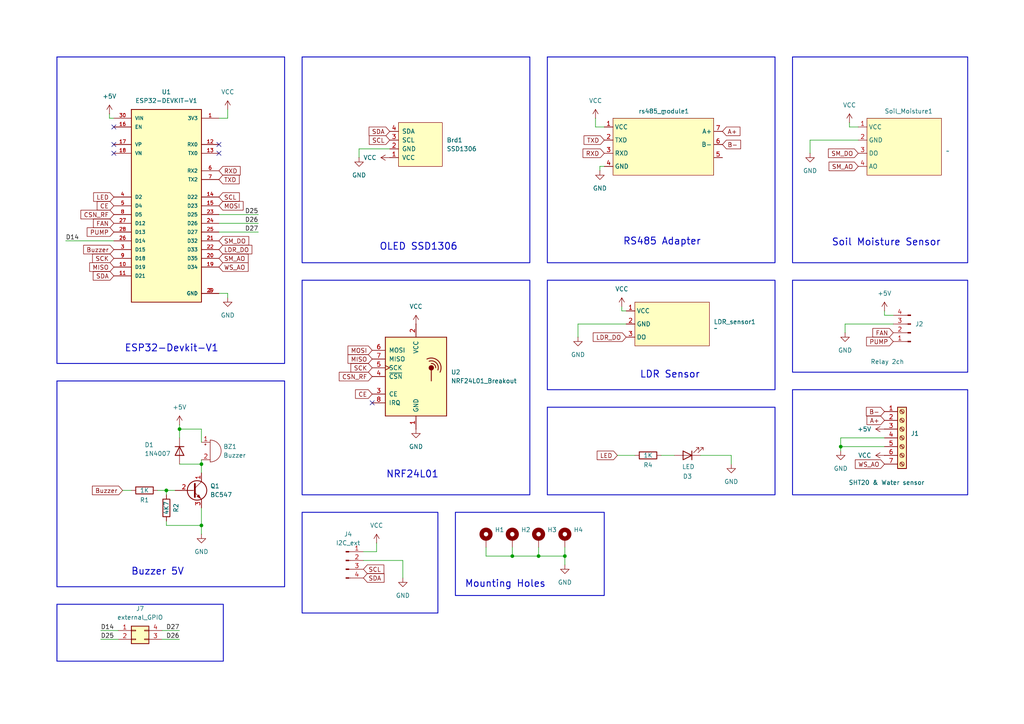
<source format=kicad_sch>
(kicad_sch (version 20231120) (generator "eeschema") (generator_version "8.0")
  (paper "A4")
  (lib_symbols
    (symbol "Connector:Conn_01x04_Pin" (pin_names (offset 1.016) hide)
      (property "Reference" "J" (at 0 5.08 0))
      (property "Value" "Conn_01x04_Pin" (at 0 -7.62 0))
      (symbol "Conn_01x04_Pin_1_1"
        (polyline (pts (xy 1.27 -5.08) (xy 0.8636 -5.08)) (stroke (width 0.1524)))
        (polyline (pts (xy 1.27 -2.54) (xy 0.8636 -2.54)) (stroke (width 0.1524)))
        (polyline (pts (xy 1.27 0) (xy 0.8636 0)) (stroke (width 0.1524)))
        (polyline (pts (xy 1.27 2.54) (xy 0.8636 2.54)) (stroke (width 0.1524)))
        (rectangle (start 0.8636 -4.953) (end 0 -5.207) (stroke (width 0.1524)) (fill (type outline)))
        (rectangle (start 0.8636 -2.413) (end 0 -2.667) (stroke (width 0.1524)) (fill (type outline)))
        (rectangle (start 0.8636 0.127) (end 0 -0.127) (stroke (width 0.1524)) (fill (type outline)))
        (rectangle (start 0.8636 2.667) (end 0 2.413) (stroke (width 0.1524)) (fill (type outline)))
        (pin passive line (at 5.08 2.54 180) (length 3.81) (name "Pin_1") (number "1"))
        (pin passive line (at 5.08 0 180) (length 3.81) (name "Pin_2") (number "2"))
        (pin passive line (at 5.08 -2.54 180) (length 3.81) (name "Pin_3") (number "3"))
        (pin passive line (at 5.08 -5.08 180) (length 3.81) (name "Pin_4") (number "4"))
      )
    )
    (symbol "Connector:Screw_Terminal_01x07" (pin_names (offset 1.016) hide)
      (property "Reference" "J" (at 0 10.16 0))
      (property "Value" "Screw_Terminal_01x07" (at 0 -10.16 0))
      (symbol "Screw_Terminal_01x07_1_1"
        (rectangle (start -1.27 8.89) (end 1.27 -8.89) (stroke (width 0.254)) (fill (type background)))
        (circle (center 0 -7.62) (radius 0.635) (stroke (width 0.1524)))
        (circle (center 0 -5.08) (radius 0.635) (stroke (width 0.1524)))
        (circle (center 0 -2.54) (radius 0.635) (stroke (width 0.1524)))
        (polyline (pts (xy -0.5334 -7.2898) (xy 0.3302 -8.128)) (stroke (width 0.1524)))
        (polyline (pts (xy -0.5334 -4.7498) (xy 0.3302 -5.588)) (stroke (width 0.1524)))
        (polyline (pts (xy -0.5334 -2.2098) (xy 0.3302 -3.048)) (stroke (width 0.1524)))
        (polyline (pts (xy -0.5334 0.3302) (xy 0.3302 -0.508)) (stroke (width 0.1524)))
        (polyline (pts (xy -0.5334 2.8702) (xy 0.3302 2.032)) (stroke (width 0.1524)))
        (polyline (pts (xy -0.5334 5.4102) (xy 0.3302 4.572)) (stroke (width 0.1524)))
        (polyline (pts (xy -0.5334 7.9502) (xy 0.3302 7.112)) (stroke (width 0.1524)))
        (polyline (pts (xy -0.3556 -7.112) (xy 0.508 -7.9502)) (stroke (width 0.1524)))
        (polyline (pts (xy -0.3556 -4.572) (xy 0.508 -5.4102)) (stroke (width 0.1524)))
        (polyline (pts (xy -0.3556 -2.032) (xy 0.508 -2.8702)) (stroke (width 0.1524)))
        (polyline (pts (xy -0.3556 0.508) (xy 0.508 -0.3302)) (stroke (width 0.1524)))
        (polyline (pts (xy -0.3556 3.048) (xy 0.508 2.2098)) (stroke (width 0.1524)))
        (polyline (pts (xy -0.3556 5.588) (xy 0.508 4.7498)) (stroke (width 0.1524)))
        (polyline (pts (xy -0.3556 8.128) (xy 0.508 7.2898)) (stroke (width 0.1524)))
        (circle (center 0 0) (radius 0.635) (stroke (width 0.1524)))
        (circle (center 0 2.54) (radius 0.635) (stroke (width 0.1524)))
        (circle (center 0 5.08) (radius 0.635) (stroke (width 0.1524)))
        (circle (center 0 7.62) (radius 0.635) (stroke (width 0.1524)))
        (pin passive line (at -5.08 7.62 0) (length 3.81) (name "Pin_1") (number "1"))
        (pin passive line (at -5.08 5.08 0) (length 3.81) (name "Pin_2") (number "2"))
        (pin passive line (at -5.08 2.54 0) (length 3.81) (name "Pin_3") (number "3"))
        (pin passive line (at -5.08 0 0) (length 3.81) (name "Pin_4") (number "4"))
        (pin passive line (at -5.08 -2.54 0) (length 3.81) (name "Pin_5") (number "5"))
        (pin passive line (at -5.08 -5.08 0) (length 3.81) (name "Pin_6") (number "6"))
        (pin passive line (at -5.08 -7.62 0) (length 3.81) (name "Pin_7") (number "7"))
      )
    )
    (symbol "Connector_Generic:Conn_02x02_Counter_Clockwise" (pin_names (offset 1.016) hide)
      (property "Reference" "J" (at 1.27 2.54 0))
      (property "Value" "Conn_02x02_Counter_Clockwise" (at 1.27 -5.08 0))
      (symbol "Conn_02x02_Counter_Clockwise_1_1"
        (rectangle (start -1.27 -2.413) (end 0 -2.667) (stroke (width 0.1524)))
        (rectangle (start -1.27 0.127) (end 0 -0.127) (stroke (width 0.1524)))
        (rectangle (start -1.27 1.27) (end 3.81 -3.81) (stroke (width 0.254)) (fill (type background)))
        (rectangle (start 3.81 -2.413) (end 2.54 -2.667) (stroke (width 0.1524)))
        (rectangle (start 3.81 0.127) (end 2.54 -0.127) (stroke (width 0.1524)))
        (pin passive line (at -5.08 0 0) (length 3.81) (name "Pin_1") (number "1"))
        (pin passive line (at -5.08 -2.54 0) (length 3.81) (name "Pin_2") (number "2"))
        (pin passive line (at 7.62 -2.54 180) (length 3.81) (name "Pin_3") (number "3"))
        (pin passive line (at 7.62 0 180) (length 3.81) (name "Pin_4") (number "4"))
      )
    )
    (symbol "Device:Buzzer" (pin_names (offset 0.0254) hide)
      (property "Reference" "BZ" (at 3.81 1.27 0))
      (property "Value" "Buzzer" (at 3.81 -1.27 0))
      (symbol "Buzzer_0_1"
        (arc (start 0 -3.175) (mid 3.1612 0) (end 0 3.175))
        (polyline (pts (xy -1.651 1.905) (xy -1.143 1.905)))
        (polyline (pts (xy -1.397 2.159) (xy -1.397 1.651)))
        (polyline (pts (xy 0 3.175) (xy 0 -3.175)))
      )
      (symbol "Buzzer_1_1"
        (pin passive line (at -2.54 2.54 0) (length 2.54) (name "+") (number "1"))
        (pin passive line (at -2.54 -2.54 0) (length 2.54) (name "-") (number "2"))
      )
    )
    (symbol "Device:LED" (pin_numbers hide) (pin_names (offset 1.016) hide)
      (property "Reference" "D" (at 0 2.54 0))
      (property "Value" "LED" (at 0 -2.54 0))
      (symbol "LED_0_1"
        (polyline (pts (xy -1.27 -1.27) (xy -1.27 1.27)) (stroke (width 0.254)))
        (polyline (pts (xy -1.27 0) (xy 1.27 0)))
        (polyline (pts (xy 1.27 -1.27) (xy 1.27 1.27) (xy -1.27 0) (xy 1.27 -1.27)) (stroke (width 0.254)))
        (polyline (pts (xy -3.048 -0.762) (xy -4.572 -2.286) (xy -3.81 -2.286) (xy -4.572 -2.286) (xy -4.572 -1.524)))
        (polyline (pts (xy -1.778 -0.762) (xy -3.302 -2.286) (xy -2.54 -2.286) (xy -3.302 -2.286) (xy -3.302 -1.524)))
      )
      (symbol "LED_1_1"
        (pin passive line (at -3.81 0 0) (length 2.54) (name "K") (number "1"))
        (pin passive line (at 3.81 0 180) (length 2.54) (name "A") (number "2"))
      )
    )
    (symbol "Device:R" (pin_numbers hide) (pin_names (offset 0))
      (property "Reference" "R" (at 2.032 0 90))
      (property "Value" "R" (at 0 0 90))
      (symbol "R_0_1"
        (rectangle (start -1.016 -2.54) (end 1.016 2.54) (stroke (width 0.254)))
      )
      (symbol "R_1_1"
        (pin passive line (at 0 3.81 270) (length 1.27) (name "~") (number "1"))
        (pin passive line (at 0 -3.81 90) (length 1.27) (name "~") (number "2"))
      )
    )
    (symbol "Diode:1N4007" (pin_numbers hide) (pin_names hide)
      (property "Reference" "D" (at 0 2.54 0))
      (property "Value" "1N4007" (at 0 -2.54 0))
      (symbol "1N4007_0_1"
        (polyline (pts (xy -1.27 1.27) (xy -1.27 -1.27)) (stroke (width 0.254)))
        (polyline (pts (xy 1.27 0) (xy -1.27 0)))
        (polyline (pts (xy 1.27 1.27) (xy 1.27 -1.27) (xy -1.27 0) (xy 1.27 1.27)) (stroke (width 0.254)))
      )
      (symbol "1N4007_1_1"
        (pin passive line (at -3.81 0 0) (length 2.54) (name "K") (number "1"))
        (pin passive line (at 3.81 0 180) (length 2.54) (name "A") (number "2"))
      )
    )
    (symbol "ESP32-DEVKIT-V1:ESP32-DEVKIT-V1" (pin_names (offset 1.016))
      (property "Reference" "U" (at -10.16 30.48 0))
      (property "Value" "ESP32-DEVKIT-V1" (at -10.16 -30.48 0))
      (symbol "ESP32-DEVKIT-V1_0_0"
        (rectangle (start -10.16 -27.94) (end 10.16 27.94) (stroke (width 0.254)) (fill (type background)))
        (pin output line (at 15.24 25.4 180) (length 5.08) (name "3V3") (number "1"))
        (pin bidirectional line (at -15.24 -17.78 0) (length 5.08) (name "D19") (number "10"))
        (pin bidirectional line (at -15.24 -20.32 0) (length 5.08) (name "D21") (number "11"))
        (pin input line (at 15.24 17.78 180) (length 5.08) (name "RX0") (number "12"))
        (pin output line (at 15.24 15.24 180) (length 5.08) (name "TX0") (number "13"))
        (pin bidirectional line (at 15.24 2.54 180) (length 5.08) (name "D22") (number "14"))
        (pin bidirectional line (at 15.24 0 180) (length 5.08) (name "D23") (number "15"))
        (pin input line (at -15.24 22.86 0) (length 5.08) (name "EN") (number "16"))
        (pin bidirectional line (at -15.24 17.78 0) (length 5.08) (name "VP") (number "17"))
        (pin bidirectional line (at -15.24 15.24 0) (length 5.08) (name "VN") (number "18"))
        (pin bidirectional line (at 15.24 -17.78 180) (length 5.08) (name "D34") (number "19"))
        (pin power_in line (at 15.24 -25.4 180) (length 5.08) (name "GND") (number "2"))
        (pin bidirectional line (at 15.24 -15.24 180) (length 5.08) (name "D35") (number "20"))
        (pin bidirectional line (at 15.24 -10.16 180) (length 5.08) (name "D32") (number "21"))
        (pin bidirectional line (at 15.24 -12.7 180) (length 5.08) (name "D33") (number "22"))
        (pin bidirectional line (at 15.24 -2.54 180) (length 5.08) (name "D25") (number "23"))
        (pin bidirectional line (at 15.24 -5.08 180) (length 5.08) (name "D26") (number "24"))
        (pin bidirectional line (at 15.24 -7.62 180) (length 5.08) (name "D27") (number "25"))
        (pin bidirectional line (at -15.24 -10.16 0) (length 5.08) (name "D14") (number "26"))
        (pin bidirectional line (at -15.24 -5.08 0) (length 5.08) (name "D12") (number "27"))
        (pin bidirectional line (at -15.24 -7.62 0) (length 5.08) (name "D13") (number "28"))
        (pin power_in line (at 15.24 -25.4 180) (length 5.08) (name "GND") (number "29"))
        (pin bidirectional line (at -15.24 -12.7 0) (length 5.08) (name "D15") (number "3"))
        (pin input line (at -15.24 25.4 0) (length 5.08) (name "VIN") (number "30"))
        (pin bidirectional line (at -15.24 2.54 0) (length 5.08) (name "D2") (number "4"))
        (pin bidirectional line (at -15.24 0 0) (length 5.08) (name "D4") (number "5"))
        (pin input line (at 15.24 10.16 180) (length 5.08) (name "RX2") (number "6"))
        (pin output line (at 15.24 7.62 180) (length 5.08) (name "TX2") (number "7"))
        (pin bidirectional line (at -15.24 -2.54 0) (length 5.08) (name "D5") (number "8"))
        (pin bidirectional line (at -15.24 -15.24 0) (length 5.08) (name "D18") (number "9"))
      )
    )
    (symbol "Mechanical:MountingHole_Pad" (pin_numbers hide) (pin_names (offset 1.016) hide) (exclude_from_sim yes) (in_bom no)
      (property "Reference" "H" (at 0 6.35 0))
      (property "Value" "MountingHole_Pad" (at 0 4.445 0))
      (symbol "MountingHole_Pad_0_1"
        (circle (center 0 1.27) (radius 1.27) (stroke (width 1.27)))
      )
      (symbol "MountingHole_Pad_1_1"
        (pin input line (at 0 -2.54 90) (length 2.54) (name "1") (number "1"))
      )
    )
    (symbol "RF:NRF24L01_Breakout" (pin_names (offset 1.016))
      (property "Reference" "U" (at -8.89 12.7 0))
      (property "Value" "NRF24L01_Breakout" (at 3.81 12.7 0))
      (symbol "NRF24L01_Breakout_0_1"
        (rectangle (start -8.89 11.43) (end 8.89 -11.43) (stroke (width 0.254)) (fill (type background)))
        (polyline (pts (xy 4.445 1.905) (xy 4.445 -1.27)) (stroke (width 0.254)))
        (circle (center 4.445 2.54) (radius 0.635) (stroke (width 0.254)) (fill (type outline)))
        (arc (start 5.715 2.54) (mid 5.3521 3.4546) (end 4.445 3.81) (stroke (width 0.254)))
        (arc (start 6.35 1.905) (mid 5.8763 3.9854) (end 3.81 4.445) (stroke (width 0.254)))
        (arc (start 6.985 1.27) (mid 6.453 4.548) (end 3.175 5.08) (stroke (width 0.254)))
      )
      (symbol "NRF24L01_Breakout_1_1"
        (pin power_in line (at 0 -15.24 90) (length 3.81) (name "GND") (number "1"))
        (pin power_in line (at 0 15.24 270) (length 3.81) (name "VCC") (number "2"))
        (pin input line (at -12.7 -5.08 0) (length 3.81) (name "CE") (number "3"))
        (pin input line (at -12.7 0 0) (length 3.81) (name "~{CSN}") (number "4"))
        (pin input clock (at -12.7 2.54 0) (length 3.81) (name "SCK") (number "5"))
        (pin input line (at -12.7 7.62 0) (length 3.81) (name "MOSI") (number "6"))
        (pin output line (at -12.7 5.08 0) (length 3.81) (name "MISO") (number "7"))
        (pin output line (at -12.7 -7.62 0) (length 3.81) (name "IRQ") (number "8"))
      )
    )
    (symbol "SSD1306-128x64_OLED:SSD1306" (pin_names (offset 1.016))
      (property "Reference" "Brd" (at 0 -3.81 0))
      (property "Value" "SSD1306" (at 0 -1.27 0))
      (symbol "SSD1306_0_1"
        (rectangle (start -6.35 6.35) (end 6.35 -6.35) (fill (type background)))
      )
      (symbol "SSD1306_1_1"
        (pin input line (at -3.81 8.89 270) (length 2.54) (name "VCC") (number "1"))
        (pin input line (at -1.27 8.89 270) (length 2.54) (name "GND") (number "2"))
        (pin input line (at 1.27 8.89 270) (length 2.54) (name "SCL") (number "3"))
        (pin input line (at 3.81 8.89 270) (length 2.54) (name "SDA") (number "4"))
      )
    )
    (symbol "Transistor_BJT:BC547" (pin_names (offset 0) hide)
      (property "Reference" "Q" (at 5.08 1.905 0))
      (property "Value" "BC547" (at 5.08 0 0))
      (symbol "BC547_0_1"
        (polyline (pts (xy 0 0) (xy 0.635 0)))
        (polyline (pts (xy 0.635 0.635) (xy 2.54 2.54)))
        (polyline (pts (xy 0.635 -0.635) (xy 2.54 -2.54) (xy 2.54 -2.54)))
        (polyline (pts (xy 0.635 1.905) (xy 0.635 -1.905) (xy 0.635 -1.905)) (stroke (width 0.508)))
        (polyline (pts (xy 1.27 -1.778) (xy 1.778 -1.27) (xy 2.286 -2.286) (xy 1.27 -1.778) (xy 1.27 -1.778)) (fill (type outline)))
        (circle (center 1.27 0) (radius 2.8194) (stroke (width 0.254)))
      )
      (symbol "BC547_1_1"
        (pin passive line (at 2.54 5.08 270) (length 2.54) (name "C") (number "1"))
        (pin input line (at -5.08 0 0) (length 5.08) (name "B") (number "2"))
        (pin passive line (at 2.54 -5.08 90) (length 2.54) (name "E") (number "3"))
      )
    )
    (symbol "edspert_module:ldr_module"
      (property "Reference" "ldr_module" (at 2.286 0 0))
      (symbol "ldr_module_1_1"
        (rectangle (start -10.16 6.35) (end 11.43 -6.35) (fill (type background)))
        (pin power_in line (at -12.7 3.81 0) (length 2.54) (name "VCC") (number "1"))
        (pin power_in line (at -12.7 0 0) (length 2.54) (name "GND") (number "2"))
        (pin output line (at -12.7 -3.81 0) (length 2.54) (name "DO") (number "3"))
      )
    )
    (symbol "edspert_module:rs485_module"
      (property "Reference" "rs485_module1" (at 2.032 9.652 0))
      (property "Value" "~" (at 1.905 8.89 0))
      (symbol "rs485_module_1_1"
        (rectangle (start -12.7 7.62) (end 16.51 -8.89) (fill (type background)))
        (pin power_in line (at -15.24 5.08 0) (length 2.54) (name "VCC") (number "1"))
        (pin output line (at -15.24 1.27 0) (length 2.54) (name "TXD") (number "2"))
        (pin input line (at -15.24 -2.54 0) (length 2.54) (name "RXD") (number "3"))
        (pin power_in line (at -15.24 -6.35 0) (length 2.54) (name "GND") (number "4"))
        (pin free line (at 19.05 -3.81 180) (length 2.54) (name "") (number "5"))
        (pin input line (at 19.05 0 180) (length 2.54) (name "B-") (number "6"))
        (pin output line (at 19.05 3.81 180) (length 2.54) (name "A+") (number "7"))
      )
    )
    (symbol "edspert_module:soil_module"
      (property "Reference" "soil_module" (at 0.762 -1.778 0))
      (symbol "soil_module_1_1"
        (rectangle (start -11.43 6.35) (end 10.16 -10.16) (fill (type background)))
        (pin power_in line (at -13.97 3.81 0) (length 2.54) (name "VCC") (number "1"))
        (pin power_in line (at -13.97 0 0) (length 2.54) (name "GND") (number "2"))
        (pin output line (at -13.97 -3.81 0) (length 2.54) (name "DO") (number "3"))
        (pin output line (at -13.97 -7.62 0) (length 2.54) (name "AO") (number "4"))
      )
    )
    (symbol "power:+5V" (power) (pin_numbers hide) (pin_names (offset 0) hide)
      (property "Value" "+5V" (at 0 3.556 0))
      (symbol "+5V_0_1"
        (polyline (pts (xy -0.762 1.27) (xy 0 2.54)))
        (polyline (pts (xy 0 0) (xy 0 2.54)))
        (polyline (pts (xy 0 2.54) (xy 0.762 1.27)))
      )
      (symbol "+5V_1_1"
        (pin power_in line (at 0 0 90) (length 0) (name "~") (number "1"))
      )
    )
    (symbol "power:GND" (power) (pin_numbers hide) (pin_names (offset 0) hide)
      (property "Value" "GND" (at 0 -3.81 0))
      (symbol "GND_0_1"
        (polyline (pts (xy 0 0) (xy 0 -1.27) (xy 1.27 -1.27) (xy 0 -2.54) (xy -1.27 -1.27) (xy 0 -1.27)))
      )
      (symbol "GND_1_1"
        (pin power_in line (at 0 0 270) (length 0) (name "~") (number "1"))
      )
    )
    (symbol "power:VCC" (power) (pin_numbers hide) (pin_names (offset 0) hide)
      (property "Value" "VCC" (at 0 3.556 0))
      (symbol "VCC_0_1"
        (polyline (pts (xy -0.762 1.27) (xy 0 2.54)))
        (polyline (pts (xy 0 0) (xy 0 2.54)))
        (polyline (pts (xy 0 2.54) (xy 0.762 1.27)))
      )
      (symbol "VCC_1_1"
        (pin power_in line (at 0 0 90) (length 0) (name "~") (number "1"))
      )
    )
  )
  (junction (at 156.21 161.29))
  (junction (at 163.83 161.29))
  (junction (at 52.07 124.46))
  (junction (at 58.42 152.4))
  (junction (at 148.59 161.29))
  (junction (at 58.42 134.62))
  (junction (at 48.26 142.24))
  (junction (at 243.84 129.54))
  (no_connect (at 33.02 41.91))
  (no_connect (at 63.5 44.45))
  (no_connect (at 63.5 41.91))
  (no_connect (at 107.95 116.84))
  (no_connect (at 33.02 36.83))
  (no_connect (at 33.02 44.45))
  (wire (pts (xy 66.04 86.36) (xy 66.04 85.09)))
  (wire (pts (xy 243.84 127) (xy 243.84 129.54)))
  (wire (pts (xy 48.26 142.24) (xy 50.8 142.24)))
  (wire (pts (xy 66.04 34.29) (xy 63.5 34.29)))
  (wire (pts (xy 140.97 161.29) (xy 148.59 161.29)))
  (wire (pts (xy 245.11 93.98) (xy 245.11 96.52)))
  (wire (pts (xy 48.26 152.4) (xy 58.42 152.4)))
  (wire (pts (xy 234.95 44.45) (xy 234.95 40.64)))
  (wire (pts (xy 180.34 90.17) (xy 181.61 90.17)))
  (wire (pts (xy 234.95 40.64) (xy 248.92 40.64)))
  (wire (pts (xy 58.42 152.4) (xy 58.42 154.94)))
  (wire (pts (xy 31.75 34.29) (xy 33.02 34.29)))
  (wire (pts (xy 256.54 127) (xy 243.84 127)))
  (wire (pts (xy 52.07 134.62) (xy 58.42 134.62)))
  (wire (pts (xy 246.38 35.56) (xy 246.38 36.83)))
  (wire (pts (xy 63.5 67.31) (xy 74.93 67.31)))
  (wire (pts (xy 63.5 64.77) (xy 74.93 64.77)))
  (wire (pts (xy 179.07 132.08) (xy 184.15 132.08)))
  (wire (pts (xy 45.72 142.24) (xy 48.26 142.24)))
  (wire (pts (xy 109.22 160.02) (xy 105.41 160.02)))
  (wire (pts (xy 48.26 142.24) (xy 48.26 143.51)))
  (wire (pts (xy 66.04 31.75) (xy 66.04 34.29)))
  (wire (pts (xy 148.59 161.29) (xy 156.21 161.29)))
  (wire (pts (xy 172.72 36.83) (xy 172.72 34.29)))
  (wire (pts (xy 104.14 43.18) (xy 104.14 45.72)))
  (wire (pts (xy 167.64 93.98) (xy 167.64 97.79)))
  (wire (pts (xy 58.42 147.32) (xy 58.42 152.4)))
  (wire (pts (xy 48.26 152.4) (xy 48.26 151.13)))
  (wire (pts (xy 113.03 43.18) (xy 104.14 43.18)))
  (wire (pts (xy 19.05 69.85) (xy 33.02 69.85)))
  (wire (pts (xy 175.26 48.26) (xy 173.99 48.26)))
  (wire (pts (xy 35.56 142.24) (xy 38.1 142.24)))
  (wire (pts (xy 52.07 123.19) (xy 52.07 124.46)))
  (wire (pts (xy 259.08 93.98) (xy 245.11 93.98)))
  (wire (pts (xy 156.21 158.75) (xy 156.21 161.29)))
  (wire (pts (xy 29.21 182.88) (xy 34.29 182.88)))
  (wire (pts (xy 203.2 132.08) (xy 212.09 132.08)))
  (wire (pts (xy 181.61 93.98) (xy 167.64 93.98)))
  (wire (pts (xy 29.21 185.42) (xy 34.29 185.42)))
  (wire (pts (xy 163.83 161.29) (xy 163.83 163.83)))
  (wire (pts (xy 31.75 33.02) (xy 31.75 34.29)))
  (wire (pts (xy 175.26 36.83) (xy 172.72 36.83)))
  (wire (pts (xy 58.42 128.27) (xy 58.42 124.46)))
  (wire (pts (xy 116.84 167.64) (xy 116.84 162.56)))
  (wire (pts (xy 52.07 182.88) (xy 46.99 182.88)))
  (wire (pts (xy 243.84 129.54) (xy 256.54 129.54)))
  (wire (pts (xy 116.84 162.56) (xy 105.41 162.56)))
  (wire (pts (xy 243.84 129.54) (xy 243.84 130.81)))
  (wire (pts (xy 140.97 158.75) (xy 140.97 161.29)))
  (wire (pts (xy 66.04 85.09) (xy 63.5 85.09)))
  (wire (pts (xy 109.22 157.48) (xy 109.22 160.02)))
  (wire (pts (xy 58.42 124.46) (xy 52.07 124.46)))
  (wire (pts (xy 148.59 158.75) (xy 148.59 161.29)))
  (wire (pts (xy 191.77 132.08) (xy 195.58 132.08)))
  (wire (pts (xy 163.83 158.75) (xy 163.83 161.29)))
  (wire (pts (xy 58.42 133.35) (xy 58.42 134.62)))
  (wire (pts (xy 156.21 161.29) (xy 163.83 161.29)))
  (wire (pts (xy 173.99 48.26) (xy 173.99 49.53)))
  (wire (pts (xy 58.42 134.62) (xy 58.42 137.16)))
  (wire (pts (xy 256.54 91.44) (xy 259.08 91.44)))
  (wire (pts (xy 180.34 88.9) (xy 180.34 90.17)))
  (wire (pts (xy 74.93 62.23) (xy 63.5 62.23)))
  (wire (pts (xy 256.54 90.17) (xy 256.54 91.44)))
  (wire (pts (xy 212.09 132.08) (xy 212.09 134.62)))
  (wire (pts (xy 46.99 185.42) (xy 52.07 185.42)))
  (wire (pts (xy 52.07 124.46) (xy 52.07 127)))
  (wire (pts (xy 246.38 36.83) (xy 248.92 36.83)))
  (rectangle (start 16.51 110.49) (end 82.55 170.18) (stroke (width 0.25)))
  (rectangle (start 158.75 81.28) (end 224.79 113.03) (stroke (width 0.25)))
  (rectangle (start 87.63 81.28) (end 153.67 143.51) (stroke (width 0.25)))
  (rectangle (start 158.75 16.51) (end 224.79 76.2) (stroke (width 0.25)))
  (rectangle (start 16.51 16.51) (end 82.55 105.41) (stroke (width 0.25)))
  (rectangle (start 87.63 148.59) (end 127 177.8) (stroke (width 0.25)))
  (rectangle (start 87.63 16.51) (end 153.67 76.2) (stroke (width 0.25)))
  (rectangle (start 229.87 113.03) (end 280.67 143.51) (stroke (width 0.25)))
  (rectangle (start 132.08 148.59) (end 175.26 172.72) (stroke (width 0.25)))
  (rectangle (start 16.51 175.26) (end 64.77 191.77) (stroke (width 0.25)))
  (rectangle (start 229.87 16.51) (end 280.67 76.2) (stroke (width 0.25)))
  (rectangle (start 158.75 118.11) (end 224.79 143.51) (stroke (width 0.25)))
  (rectangle (start 229.87 81.28) (end 280.67 107.95) (stroke (width 0.25)))
  (text "Mounting Holes" (at 146.558 169.418 0) (effects (font (size 2 2) (thickness 0.254) (bold yes))))
  (text "Soil Moisture Sensor" (at 257.048 70.358 0) (effects (font (size 2 2) (thickness 0.254) (bold yes))))
  (text "Buzzer 5V" (at 45.72 165.862 0) (effects (font (size 2 2) (thickness 0.254) (bold yes))))
  (text "OLED SSD1306" (at 121.412 71.628 0) (effects (font (size 2 2) (thickness 0.254) (bold yes))))
  (text "RS485 Adapter" (at 192.024 70.104 0) (effects (font (size 2 2) (thickness 0.254) (bold yes))))
  (text "NRF24L01" (at 119.634 137.668 0) (effects (font (size 2 2) (thickness 0.254) (bold yes))))
  (text "ESP32-Devkit-V1" (at 49.784 101.092 0) (effects (font (size 2 2) (thickness 0.254) (bold yes))))
  (text "LDR Sensor" (at 194.31 108.712 0) (effects (font (size 2 2) (thickness 0.254) (bold yes))))
  (label "D25" (at 29.21 185.42 0))
  (label "D14" (at 19.05 69.85 0))
  (label "D27" (at 52.07 182.88 180))
  (label "D14" (at 29.21 182.88 0))
  (label "D26" (at 74.93 64.77 180))
  (label "D26" (at 52.07 185.42 180))
  (label "D25" (at 74.93 62.23 180))
  (label "D27" (at 74.93 67.31 180))
  (global_label "FAN" (shape input) (at 259.08 96.52 180) (property "Intersheetrefs" "${INTERSHEET_REFS}" (effects (hide yes))))
  (global_label "Buzzer" (shape input) (at 35.56 142.24 180) (property "Intersheetrefs" "${INTERSHEET_REFS}" (effects (hide yes))))
  (global_label "A+" (shape input) (at 256.54 121.92 180) (property "Intersheetrefs" "${INTERSHEET_REFS}" (effects (hide yes))))
  (global_label "SM_DO" (shape input) (at 248.92 44.45 180) (property "Intersheetrefs" "${INTERSHEET_REFS}" (effects (hide yes))))
  (global_label "PUMP" (shape input) (at 259.08 99.06 180) (property "Intersheetrefs" "${INTERSHEET_REFS}" (effects (hide yes))))
  (global_label "LED" (shape input) (at 33.02 57.15 180) (property "Intersheetrefs" "${INTERSHEET_REFS}" (effects (hide yes))))
  (global_label "SCK" (shape input) (at 33.02 74.93 180) (property "Intersheetrefs" "${INTERSHEET_REFS}" (effects (hide yes))))
  (global_label "FAN" (shape input) (at 33.02 64.77 180) (property "Intersheetrefs" "${INTERSHEET_REFS}" (effects (hide yes))))
  (global_label "WS_AO" (shape input) (at 256.54 134.62 180) (property "Intersheetrefs" "${INTERSHEET_REFS}" (effects (hide yes))))
  (global_label "PUMP" (shape input) (at 33.02 67.31 180) (property "Intersheetrefs" "${INTERSHEET_REFS}" (effects (hide yes))))
  (global_label "SM_AO" (shape input) (at 63.5 74.93 0) (property "Intersheetrefs" "${INTERSHEET_REFS}" (effects (hide yes))))
  (global_label "SDA" (shape input) (at 33.02 80.01 180) (property "Intersheetrefs" "${INTERSHEET_REFS}" (effects (hide yes))))
  (global_label "SCK" (shape input) (at 107.95 106.68 180) (property "Intersheetrefs" "${INTERSHEET_REFS}" (effects (hide yes))))
  (global_label "MISO" (shape input) (at 33.02 77.47 180) (property "Intersheetrefs" "${INTERSHEET_REFS}" (effects (hide yes))))
  (global_label "B-" (shape input) (at 256.54 119.38 180) (property "Intersheetrefs" "${INTERSHEET_REFS}" (effects (hide yes))))
  (global_label "SM_AO" (shape input) (at 248.92 48.26 180) (property "Intersheetrefs" "${INTERSHEET_REFS}" (effects (hide yes))))
  (global_label "RXD" (shape input) (at 63.5 49.53 0) (property "Intersheetrefs" "${INTERSHEET_REFS}" (effects (hide yes))))
  (global_label "RXD" (shape input) (at 175.26 44.45 180) (property "Intersheetrefs" "${INTERSHEET_REFS}" (effects (hide yes))))
  (global_label "TXD" (shape input) (at 175.26 40.64 180) (property "Intersheetrefs" "${INTERSHEET_REFS}" (effects (hide yes))))
  (global_label "LDR_DO" (shape input) (at 181.61 97.79 180) (property "Intersheetrefs" "${INTERSHEET_REFS}" (effects (hide yes))))
  (global_label "SM_DO" (shape input) (at 63.5 69.85 0) (property "Intersheetrefs" "${INTERSHEET_REFS}" (effects (hide yes))))
  (global_label "CSN_RF" (shape input) (at 107.95 109.22 180) (property "Intersheetrefs" "${INTERSHEET_REFS}" (effects (hide yes))))
  (global_label "MISO" (shape input) (at 107.95 104.14 180) (property "Intersheetrefs" "${INTERSHEET_REFS}" (effects (hide yes))))
  (global_label "WS_AO" (shape input) (at 63.5 77.47 0) (property "Intersheetrefs" "${INTERSHEET_REFS}" (effects (hide yes))))
  (global_label "B-" (shape input) (at 209.55 41.91 0) (property "Intersheetrefs" "${INTERSHEET_REFS}" (effects (hide yes))))
  (global_label "SDA" (shape input) (at 105.41 167.64 0) (property "Intersheetrefs" "${INTERSHEET_REFS}" (effects (hide yes))))
  (global_label "SDA" (shape input) (at 113.03 38.1 180) (property "Intersheetrefs" "${INTERSHEET_REFS}" (effects (hide yes))))
  (global_label "CE" (shape input) (at 107.95 114.3 180) (property "Intersheetrefs" "${INTERSHEET_REFS}" (effects (hide yes))))
  (global_label "MOSI" (shape input) (at 63.5 59.69 0) (property "Intersheetrefs" "${INTERSHEET_REFS}" (effects (hide yes))))
  (global_label "CSN_RF" (shape input) (at 33.02 62.23 180) (property "Intersheetrefs" "${INTERSHEET_REFS}" (effects (hide yes))))
  (global_label "CE" (shape input) (at 33.02 59.69 180) (property "Intersheetrefs" "${INTERSHEET_REFS}" (effects (hide yes))))
  (global_label "SCL" (shape input) (at 63.5 57.15 0) (property "Intersheetrefs" "${INTERSHEET_REFS}" (effects (hide yes))))
  (global_label "LED" (shape input) (at 179.07 132.08 180) (property "Intersheetrefs" "${INTERSHEET_REFS}" (effects (hide yes))))
  (global_label "A+" (shape input) (at 209.55 38.1 0) (property "Intersheetrefs" "${INTERSHEET_REFS}" (effects (hide yes))))
  (global_label "SCL" (shape input) (at 105.41 165.1 0) (property "Intersheetrefs" "${INTERSHEET_REFS}" (effects (hide yes))))
  (global_label "LDR_DO" (shape input) (at 63.5 72.39 0) (property "Intersheetrefs" "${INTERSHEET_REFS}" (effects (hide yes))))
  (global_label "SCL" (shape input) (at 113.03 40.64 180) (property "Intersheetrefs" "${INTERSHEET_REFS}" (effects (hide yes))))
  (global_label "MOSI" (shape input) (at 107.95 101.6 180) (property "Intersheetrefs" "${INTERSHEET_REFS}" (effects (hide yes))))
  (global_label "Buzzer" (shape input) (at 33.02 72.39 180) (property "Intersheetrefs" "${INTERSHEET_REFS}" (effects (hide yes))))
  (global_label "TXD" (shape input) (at 63.5 52.07 0) (property "Intersheetrefs" "${INTERSHEET_REFS}" (effects (hide yes))))
  (symbol (lib_id "power:GND") (at 173.99 49.53 0) (unit 1)
    (property "Reference" "#PWR012" (effects (hide yes)))
    (property "Value" "GND" (at 173.99 54.61 0))
    (property "Description" "Power symbol creates a global label with name \"GND\" , ground" (effects (hide yes)))
  )
  (symbol (lib_id "Connector_Generic:Conn_02x02_Counter_Clockwise") (at 39.37 182.88 0) (unit 1)
    (property "Reference" "J7" (at 40.64 176.53 0))
    (property "Value" "external_GPIO" (at 40.64 179.07 0))
    (property "Footprint" "Connector_PinHeader_2.54mm:PinHeader_1x04_P2.54mm_Vertical" (effects (hide yes)))
    (property "Description" "Generic connector, double row, 02x02, counter clockwise pin numbering scheme (similar to DIP package numbering), script generated (kicad-library-utils/schlib/autogen/connector/)" (effects (hide yes)))
  )
  (symbol (lib_id "power:+5V") (at 256.54 124.46 90) (unit 1)
    (property "Reference" "#PWR020" (effects (hide yes)))
    (property "Value" "+5V" (at 252.73 124.4599 90) (effects (justify left)))
    (property "Description" "Power symbol creates a global label with name \"+5V\"" (effects (hide yes)))
  )
  (symbol (lib_id "power:GND") (at 163.83 163.83 0) (unit 1)
    (property "Reference" "#PWR023" (effects (hide yes)))
    (property "Value" "GND" (at 163.83 168.91 0))
    (property "Description" "Power symbol creates a global label with name \"GND\" , ground" (effects (hide yes)))
  )
  (symbol (lib_id "power:VCC") (at 256.54 132.08 90) (unit 1)
    (property "Reference" "#PWR021" (effects (hide yes)))
    (property "Value" "VCC" (at 252.73 132.0799 90) (effects (justify left)))
    (property "Description" "Power symbol creates a global label with name \"VCC\"" (effects (hide yes)))
  )
  (symbol (lib_id "power:VCC") (at 172.72 34.29 0) (unit 1)
    (property "Reference" "#PWR011" (effects (hide yes)))
    (property "Value" "VCC" (at 172.72 29.21 0))
    (property "Description" "Power symbol creates a global label with name \"VCC\"" (effects (hide yes)))
  )
  (symbol (lib_id "power:VCC") (at 109.22 157.48 0) (unit 1)
    (property "Reference" "#PWR032" (effects (hide yes)))
    (property "Value" "VCC" (at 109.22 152.4 0))
    (property "Description" "Power symbol creates a global label with name \"VCC\"" (effects (hide yes)))
  )
  (symbol (lib_id "power:GND") (at 120.65 124.46 0) (unit 1)
    (property "Reference" "#PWR09" (effects (hide yes)))
    (property "Value" "GND" (at 120.65 129.54 0))
    (property "Description" "Power symbol creates a global label with name \"GND\" , ground" (effects (hide yes)))
  )
  (symbol (lib_id "Connector:Conn_01x04_Pin") (at 264.16 96.52 180) (unit 1)
    (property "Reference" "J2" (at 265.43 93.9799 0) (effects (justify right)))
    (property "Value" "Relay 2ch" (at 252.476 104.902 0) (effects (justify right)))
    (property "Footprint" "Connector_PinHeader_2.54mm:PinHeader_1x04_P2.54mm_Vertical" (effects (hide yes)))
    (property "Description" "Generic connector, single row, 01x04, script generated" (effects (hide yes)))
  )
  (symbol (lib_id "Device:LED") (at 199.39 132.08 180) (unit 1)
    (property "Reference" "D3" (at 199.39 138.176 0))
    (property "Value" "LED" (at 199.644 135.382 0))
    (property "Footprint" "LED_THT:LED_D3.0mm_Clear" (effects (hide yes)))
    (property "Description" "Light emitting diode" (effects (hide yes)))
  )
  (symbol (lib_id "SSD1306-128x64_OLED:SSD1306") (at 121.92 41.91 90) (unit 1)
    (property "Reference" "Brd1" (at 129.54 40.6399 90) (effects (justify right)))
    (property "Value" "SSD1306" (at 129.54 43.1799 90) (effects (justify right)))
    (property "Footprint" "SSD1306:128x64OLED" (effects (hide yes)))
    (property "Description" "SSD1306 OLED" (effects (hide yes)))
  )
  (symbol (lib_id "power:+5V") (at 256.54 90.17 0) (unit 1)
    (property "Reference" "#PWR019" (effects (hide yes)))
    (property "Value" "+5V" (at 256.54 85.09 0))
    (property "Description" "Power symbol creates a global label with name \"+5V\"" (effects (hide yes)))
  )
  (symbol (lib_id "power:GND") (at 245.11 96.52 0) (unit 1)
    (property "Reference" "#PWR017" (effects (hide yes)))
    (property "Value" "GND" (at 245.11 101.6 0))
    (property "Description" "Power symbol creates a global label with name \"GND\" , ground" (effects (hide yes)))
  )
  (symbol (lib_id "power:VCC") (at 180.34 88.9 0) (unit 1)
    (property "Reference" "#PWR013" (effects (hide yes)))
    (property "Value" "VCC" (at 180.34 83.82 0))
    (property "Description" "Power symbol creates a global label with name \"VCC\"" (effects (hide yes)))
  )
  (symbol (lib_id "power:GND") (at 116.84 167.64 0) (unit 1)
    (property "Reference" "#PWR033" (effects (hide yes)))
    (property "Value" "GND" (at 116.84 172.72 0))
    (property "Description" "Power symbol creates a global label with name \"GND\" , ground" (effects (hide yes)))
  )
  (symbol (lib_id "power:GND") (at 66.04 86.36 0) (unit 1)
    (property "Reference" "#PWR05" (effects (hide yes)))
    (property "Value" "GND" (at 66.04 91.44 0))
    (property "Description" "Power symbol creates a global label with name \"GND\" , ground" (effects (hide yes)))
  )
  (symbol (lib_id "power:+5V") (at 52.07 123.19 0) (unit 1)
    (property "Reference" "#PWR02" (effects (hide yes)))
    (property "Value" "+5V" (at 52.07 118.11 0))
    (property "Description" "Power symbol creates a global label with name \"+5V\"" (effects (hide yes)))
  )
  (symbol (lib_id "Mechanical:MountingHole_Pad") (at 140.97 156.21 0) (unit 1) (exclude_from_sim yes) (in_bom no)
    (property "Reference" "H1" (at 143.51 153.6699 0) (effects (justify left)))
    (property "Value" "MountingHole_Pad" (effects (hide yes)))
    (property "Footprint" "MountingHole:MountingHole_3.2mm_M3_Pad_Via" (effects (hide yes)))
    (property "Description" "Mounting Hole with connection" (effects (hide yes)))
  )
  (symbol (lib_id "Connector:Screw_Terminal_01x07") (at 261.62 127 0) (unit 1)
    (property "Reference" "J1" (at 264.16 125.7299 0) (effects (justify left)))
    (property "Value" "SHT20 & Water sensor" (at 246.126 139.954 0) (effects (justify left)))
    (property "Footprint" "TerminalBlock_Phoenix:TerminalBlock_Phoenix_MKDS-1,5-7_1x07_P5.00mm_Horizontal" (effects (hide yes)))
    (property "Description" "Generic screw terminal, single row, 01x07, script generated (kicad-library-utils/schlib/autogen/connector/)" (effects (hide yes)))
  )
  (symbol (lib_id "edspert_module:soil_module") (at 262.89 40.64 0) (unit 1)
    (property "Reference" "Soil_Moisture1" (at 256.54 32.258 0) (effects (justify left)))
    (property "Value" "~" (at 274.32 43.815 0) (effects (justify left)))
    (property "Footprint" "Connector_PinHeader_2.54mm:PinHeader_1x04_P2.54mm_Vertical" (effects (hide yes)))
  )
  (symbol (lib_id "power:VCC") (at 66.04 31.75 0) (unit 1)
    (property "Reference" "#PWR04" (effects (hide yes)))
    (property "Value" "VCC" (at 66.04 26.67 0))
    (property "Description" "Power symbol creates a global label with name \"VCC\"" (effects (hide yes)))
  )
  (symbol (lib_id "RF:NRF24L01_Breakout") (at 120.65 109.22 0) (unit 1)
    (property "Reference" "U2" (at 130.81 107.9499 0) (effects (justify left)))
    (property "Value" "NRF24L01_Breakout" (at 130.81 110.4899 0) (effects (justify left)))
    (property "Footprint" "RF_Module:nRF24L01_Breakout" (effects (hide yes)))
    (property "Datasheet" "http://www.nordicsemi.com/eng/content/download/2730/34105/file/nRF24L01_Product_Specification_v2_0.pdf" (effects (hide yes)))
    (property "Description" "Ultra low power 2.4GHz RF Transceiver, Carrier PCB" (effects (hide yes)))
  )
  (symbol (lib_id "power:VCC") (at 246.38 35.56 0) (unit 1)
    (property "Reference" "#PWR018" (effects (hide yes)))
    (property "Value" "VCC" (at 246.38 30.48 0))
    (property "Description" "Power symbol creates a global label with name \"VCC\"" (effects (hide yes)))
  )
  (symbol (lib_id "edspert_module:rs485_module") (at 190.5 41.91 0) (unit 1)
    (property "Reference" "rs485_module1" (at 192.532 32.258 0))
    (property "Value" "~" (at 192.405 33.02 0))
    (property "Footprint" "edspert:rs485_module" (effects (hide yes)))
  )
  (symbol (lib_id "Transistor_BJT:BC547") (at 55.88 142.24 0) (unit 1)
    (property "Reference" "Q1" (at 60.96 140.9699 0) (effects (justify left)))
    (property "Value" "BC547" (at 60.96 143.5099 0) (effects (justify left)))
    (property "Footprint" "Package_TO_SOT_THT:TO-92_HandSolder" (effects (hide yes)))
    (property "Datasheet" "https://www.onsemi.com/pub/Collateral/BC550-D.pdf" (effects (hide yes)))
    (property "Description" "0.1A Ic, 45V Vce, Small Signal NPN Transistor, TO-92" (effects (hide yes)))
  )
  (symbol (lib_id "Device:Buzzer") (at 60.96 130.81 0) (unit 1)
    (property "Reference" "BZ1" (at 64.77 129.5399 0) (effects (justify left)))
    (property "Value" "Buzzer" (at 64.77 132.0799 0) (effects (justify left)))
    (property "Footprint" "Buzzer_Beeper:Buzzer_12x9.5RM7.6" (effects (hide yes)))
    (property "Description" "Buzzer, polarized" (effects (hide yes)))
  )
  (symbol (lib_id "power:GND") (at 58.42 154.94 0) (unit 1)
    (property "Reference" "#PWR03" (effects (hide yes)))
    (property "Value" "GND" (at 58.42 160.02 0))
    (property "Description" "Power symbol creates a global label with name \"GND\" , ground" (effects (hide yes)))
  )
  (symbol (lib_id "Mechanical:MountingHole_Pad") (at 163.83 156.21 0) (unit 1) (exclude_from_sim yes) (in_bom no)
    (property "Reference" "H4" (at 166.37 153.6699 0) (effects (justify left)))
    (property "Value" "MountingHole_Pad" (effects (hide yes)))
    (property "Footprint" "MountingHole:MountingHole_3.2mm_M3_Pad_Via" (effects (hide yes)))
    (property "Description" "Mounting Hole with connection" (effects (hide yes)))
  )
  (symbol (lib_id "power:GND") (at 167.64 97.79 0) (unit 1)
    (property "Reference" "#PWR010" (effects (hide yes)))
    (property "Value" "GND" (at 167.64 102.87 0))
    (property "Description" "Power symbol creates a global label with name \"GND\" , ground" (effects (hide yes)))
  )
  (symbol (lib_id "ESP32-DEVKIT-V1:ESP32-DEVKIT-V1") (at 48.26 59.69 0) (unit 1)
    (property "Reference" "U1" (at 48.26 26.67 0))
    (property "Value" "ESP32-DEVKIT-V1" (at 48.26 29.21 0))
    (property "Footprint" "ESP32-DEVKIT-V1 (1):MODULE_ESP32_DEVKIT_V1" (effects (hide yes)))
    (property "MF" "Do it" (effects (hide yes)))
    (property "MAXIMUM_PACKAGE_HEIGHT" "6.8 mm" (effects (hide yes)))
    (property "Package" "None" (effects (hide yes)))
    (property "Price" "None" (effects (hide yes)))
    (property "Check_prices" "https://www.snapeda.com/parts/ESP32-DEVKIT-V1/Do+it/view-part/?ref=eda" (effects (hide yes)))
    (property "STANDARD" "Manufacturer Recommendations" (effects (hide yes)))
    (property "PARTREV" "N/A" (effects (hide yes)))
    (property "SnapEDA_Link" "https://www.snapeda.com/parts/ESP32-DEVKIT-V1/Do+it/view-part/?ref=snap" (effects (hide yes)))
    (property "MP" "ESP32-DEVKIT-V1" (effects (hide yes)))
    (property "Description_1" "\nDual core, Wi-Fi: 2.4 GHz up to 150 Mbits/s,BLE (Bluetooth Low Energy) and legacy Bluetooth, 32 bits, Up to 240 MHz\n" (effects (hide yes)))
    (property "Availability" "Not in stock" (effects (hide yes)))
    (property "MANUFACTURER" "DOIT" (effects (hide yes)))
  )
  (symbol (lib_id "Connector:Conn_01x04_Pin") (at 100.33 162.56 0) (unit 1)
    (property "Reference" "J4" (at 100.965 154.94 0))
    (property "Value" "I2C_ext" (at 100.965 157.48 0))
    (property "Footprint" "Connector_PinHeader_2.54mm:PinHeader_1x04_P2.54mm_Vertical" (effects (hide yes)))
    (property "Description" "Generic connector, single row, 01x04, script generated" (effects (hide yes)))
  )
  (symbol (lib_id "power:GND") (at 243.84 130.81 0) (unit 1)
    (property "Reference" "#PWR016" (effects (hide yes)))
    (property "Value" "GND" (at 243.84 135.89 0))
    (property "Description" "Power symbol creates a global label with name \"GND\" , ground" (effects (hide yes)))
  )
  (symbol (lib_id "Mechanical:MountingHole_Pad") (at 156.21 156.21 0) (unit 1) (exclude_from_sim yes) (in_bom no)
    (property "Reference" "H3" (at 158.75 153.6699 0) (effects (justify left)))
    (property "Value" "MountingHole_Pad" (effects (hide yes)))
    (property "Footprint" "MountingHole:MountingHole_3.2mm_M3_Pad_Via" (effects (hide yes)))
    (property "Description" "Mounting Hole with connection" (effects (hide yes)))
  )
  (symbol (lib_id "power:GND") (at 104.14 45.72 0) (unit 1)
    (property "Reference" "#PWR06" (effects (hide yes)))
    (property "Value" "GND" (at 104.14 50.8 0))
    (property "Description" "Power symbol creates a global label with name \"GND\" , ground" (effects (hide yes)))
  )
  (symbol (lib_id "power:VCC") (at 120.65 93.98 0) (unit 1)
    (property "Reference" "#PWR08" (effects (hide yes)))
    (property "Value" "VCC" (at 120.65 88.9 0))
    (property "Description" "Power symbol creates a global label with name \"VCC\"" (effects (hide yes)))
  )
  (symbol (lib_id "power:VCC") (at 113.03 45.72 90) (unit 1)
    (property "Reference" "#PWR07" (effects (hide yes)))
    (property "Value" "VCC" (at 109.22 45.7199 90) (effects (justify left)))
    (property "Description" "Power symbol creates a global label with name \"VCC\"" (effects (hide yes)))
  )
  (symbol (lib_id "power:GND") (at 234.95 44.45 0) (unit 1)
    (property "Reference" "#PWR015" (effects (hide yes)))
    (property "Value" "GND" (at 234.95 49.53 0))
    (property "Description" "Power symbol creates a global label with name \"GND\" , ground" (effects (hide yes)))
  )
  (symbol (lib_id "edspert_module:ldr_module") (at 194.31 93.98 0) (unit 1)
    (property "Reference" "LDR_sensor1" (at 207.01 93.3449 0) (effects (justify left)))
    (property "Value" "~" (at 207.01 95.25 0) (effects (justify left)))
    (property "Footprint" "Connector_PinHeader_2.54mm:PinHeader_1x03_P2.54mm_Vertical" (effects (hide yes)))
  )
  (symbol (lib_id "Diode:1N4007") (at 52.07 130.81 270) (unit 1)
    (property "Reference" "D1" (at 41.91 129.032 90) (effects (justify left)))
    (property "Value" "1N4007" (at 41.91 131.572 90) (effects (justify left)))
    (property "Footprint" "Diode_THT:D_DO-41_SOD81_P10.16mm_Horizontal" (effects (hide yes)))
    (property "Datasheet" "http://www.vishay.com/docs/88503/1n4001.pdf" (effects (hide yes)))
    (property "Description" "1000V 1A General Purpose Rectifier Diode, DO-41" (effects (hide yes)))
    (property "Sim.Device" "D" (effects (hide yes)))
    (property "Sim.Pins" "1=K 2=A" (effects (hide yes)))
  )
  (symbol (lib_id "Device:R") (at 41.91 142.24 90) (unit 1)
    (property "Reference" "R1" (at 41.91 145.034 90))
    (property "Value" "1K" (at 41.91 142.24 90))
    (property "Footprint" "Resistor_THT:R_Axial_DIN0207_L6.3mm_D2.5mm_P10.16mm_Horizontal" (effects (hide yes)))
    (property "Description" "Resistor" (effects (hide yes)))
  )
  (symbol (lib_id "Device:R") (at 48.26 147.32 180) (unit 1)
    (property "Reference" "R2" (at 51.054 147.32 90))
    (property "Value" "4K7" (at 48.26 147.32 90))
    (property "Footprint" "Resistor_THT:R_Axial_DIN0207_L6.3mm_D2.5mm_P10.16mm_Horizontal" (effects (hide yes)))
    (property "Description" "Resistor" (effects (hide yes)))
  )
  (symbol (lib_id "Device:R") (at 187.96 132.08 90) (unit 1)
    (property "Reference" "R4" (at 187.96 134.874 90))
    (property "Value" "1K" (at 187.96 132.08 90))
    (property "Footprint" "Resistor_THT:R_Axial_DIN0207_L6.3mm_D2.5mm_P10.16mm_Horizontal" (effects (hide yes)))
    (property "Description" "Resistor" (effects (hide yes)))
  )
  (symbol (lib_id "power:GND") (at 212.09 134.62 0) (unit 1)
    (property "Reference" "#PWR014" (effects (hide yes)))
    (property "Value" "GND" (at 212.09 139.7 0))
    (property "Description" "Power symbol creates a global label with name \"GND\" , ground" (effects (hide yes)))
  )
  (symbol (lib_id "Mechanical:MountingHole_Pad") (at 148.59 156.21 0) (unit 1) (exclude_from_sim yes) (in_bom no)
    (property "Reference" "H2" (at 151.13 153.6699 0) (effects (justify left)))
    (property "Value" "MountingHole_Pad" (effects (hide yes)))
    (property "Footprint" "MountingHole:MountingHole_3.2mm_M3_Pad_Via" (effects (hide yes)))
    (property "Description" "Mounting Hole with connection" (effects (hide yes)))
  )
  (symbol (lib_id "power:+5V") (at 31.75 33.02 0) (unit 1)
    (property "Reference" "#PWR01" (effects (hide yes)))
    (property "Value" "+5V" (at 31.75 27.94 0))
    (property "Description" "Power symbol creates a global label with name \"+5V\"" (effects (hide yes)))
  )
)
</source>
